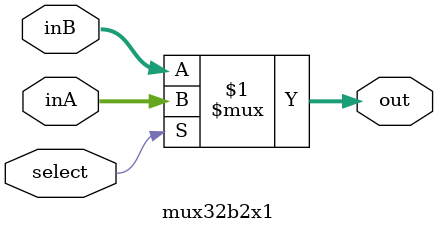
<source format=v>
module mux32b2x1(inA, inB, select, out);
	input [31:0]inA, inB;
	input select;
	output [31:0]out;
	
	assign out = select ? inA : inB;
endmodule
</source>
